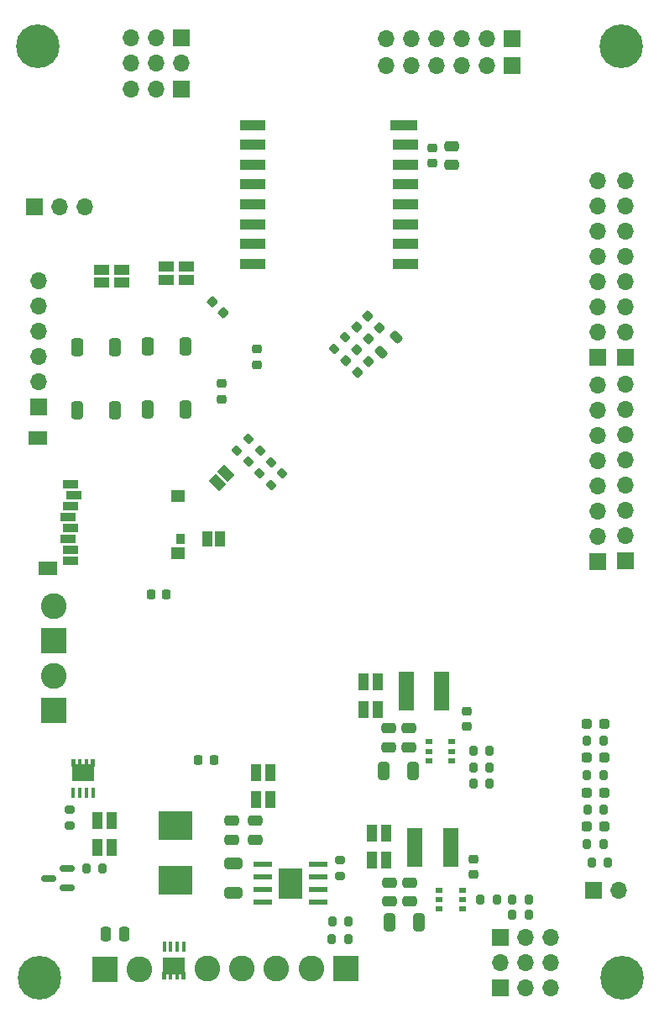
<source format=gbr>
%TF.GenerationSoftware,KiCad,Pcbnew,(6.0.9)*%
%TF.CreationDate,2022-10-31T13:49:51+01:00*%
%TF.ProjectId,marvin_fc_board,6d617276-696e-45f6-9663-5f626f617264,rev?*%
%TF.SameCoordinates,Original*%
%TF.FileFunction,Soldermask,Bot*%
%TF.FilePolarity,Negative*%
%FSLAX46Y46*%
G04 Gerber Fmt 4.6, Leading zero omitted, Abs format (unit mm)*
G04 Created by KiCad (PCBNEW (6.0.9)) date 2022-10-31 13:49:51*
%MOMM*%
%LPD*%
G01*
G04 APERTURE LIST*
G04 Aperture macros list*
%AMRoundRect*
0 Rectangle with rounded corners*
0 $1 Rounding radius*
0 $2 $3 $4 $5 $6 $7 $8 $9 X,Y pos of 4 corners*
0 Add a 4 corners polygon primitive as box body*
4,1,4,$2,$3,$4,$5,$6,$7,$8,$9,$2,$3,0*
0 Add four circle primitives for the rounded corners*
1,1,$1+$1,$2,$3*
1,1,$1+$1,$4,$5*
1,1,$1+$1,$6,$7*
1,1,$1+$1,$8,$9*
0 Add four rect primitives between the rounded corners*
20,1,$1+$1,$2,$3,$4,$5,0*
20,1,$1+$1,$4,$5,$6,$7,0*
20,1,$1+$1,$6,$7,$8,$9,0*
20,1,$1+$1,$8,$9,$2,$3,0*%
%AMRotRect*
0 Rectangle, with rotation*
0 The origin of the aperture is its center*
0 $1 length*
0 $2 width*
0 $3 Rotation angle, in degrees counterclockwise*
0 Add horizontal line*
21,1,$1,$2,0,0,$3*%
%AMFreePoly0*
4,1,21,1.372500,0.787500,0.862500,0.787500,0.862500,0.532500,1.372500,0.532500,1.372500,0.127500,0.862500,0.127500,0.862500,-0.127500,1.372500,-0.127500,1.372500,-0.532500,0.862500,-0.532500,0.862500,-0.787500,1.372500,-0.787500,1.372500,-1.195000,0.612500,-1.195000,0.612500,-1.117500,-0.862500,-1.117500,-0.862500,1.117500,0.612500,1.117500,0.612500,1.195000,1.372500,1.195000,
1.372500,0.787500,1.372500,0.787500,$1*%
G04 Aperture macros list end*
%ADD10C,0.700000*%
%ADD11C,4.400000*%
%ADD12R,1.700000X1.700000*%
%ADD13O,1.700000X1.700000*%
%ADD14R,2.600000X2.600000*%
%ADD15C,2.600000*%
%ADD16R,1.000000X1.500000*%
%ADD17RoundRect,0.200000X0.053033X-0.335876X0.335876X-0.053033X-0.053033X0.335876X-0.335876X0.053033X0*%
%ADD18RoundRect,0.300000X-0.300000X0.600000X-0.300000X-0.600000X0.300000X-0.600000X0.300000X0.600000X0*%
%ADD19RoundRect,0.300450X-0.300449X0.600149X-0.300449X-0.600149X0.300449X-0.600149X0.300449X0.600149X0*%
%ADD20R,3.500000X2.950000*%
%ADD21RoundRect,0.237500X-0.287500X-0.237500X0.287500X-0.237500X0.287500X0.237500X-0.287500X0.237500X0*%
%ADD22RoundRect,0.225000X-0.017678X0.335876X-0.335876X0.017678X0.017678X-0.335876X0.335876X-0.017678X0*%
%ADD23R,1.100000X1.750000*%
%ADD24RoundRect,0.200000X0.200000X0.275000X-0.200000X0.275000X-0.200000X-0.275000X0.200000X-0.275000X0*%
%ADD25RotRect,1.000000X1.500000X45.000000*%
%ADD26RoundRect,0.200000X-0.200000X-0.275000X0.200000X-0.275000X0.200000X0.275000X-0.200000X0.275000X0*%
%ADD27RoundRect,0.250000X-0.475000X0.250000X-0.475000X-0.250000X0.475000X-0.250000X0.475000X0.250000X0*%
%ADD28RoundRect,0.250000X0.250000X0.475000X-0.250000X0.475000X-0.250000X-0.475000X0.250000X-0.475000X0*%
%ADD29RoundRect,0.200000X-0.053033X0.335876X-0.335876X0.053033X0.053033X-0.335876X0.335876X-0.053033X0*%
%ADD30R,2.800000X1.100000*%
%ADD31R,2.600000X1.100000*%
%ADD32R,1.500000X1.000000*%
%ADD33RoundRect,0.225000X-0.250000X0.225000X-0.250000X-0.225000X0.250000X-0.225000X0.250000X0.225000X0*%
%ADD34R,1.500000X4.000000*%
%ADD35RoundRect,0.150000X0.587500X0.150000X-0.587500X0.150000X-0.587500X-0.150000X0.587500X-0.150000X0*%
%ADD36R,0.700000X0.510000*%
%ADD37RoundRect,0.250000X0.325000X0.650000X-0.325000X0.650000X-0.325000X-0.650000X0.325000X-0.650000X0*%
%ADD38RoundRect,0.225000X-0.225000X-0.250000X0.225000X-0.250000X0.225000X0.250000X-0.225000X0.250000X0*%
%ADD39RoundRect,0.225000X0.250000X-0.225000X0.250000X0.225000X-0.250000X0.225000X-0.250000X-0.225000X0*%
%ADD40RoundRect,0.225000X-0.335876X-0.017678X-0.017678X-0.335876X0.335876X0.017678X0.017678X0.335876X0*%
%ADD41RoundRect,0.218750X-0.114905X0.424264X-0.424264X0.114905X0.114905X-0.424264X0.424264X-0.114905X0*%
%ADD42R,1.910000X0.610000*%
%ADD43R,1.205000X1.550000*%
%ADD44RoundRect,0.200000X0.275000X-0.200000X0.275000X0.200000X-0.275000X0.200000X-0.275000X-0.200000X0*%
%ADD45R,0.405000X0.990000*%
%ADD46FreePoly0,90.000000*%
%ADD47RoundRect,0.250000X0.475000X-0.250000X0.475000X0.250000X-0.475000X0.250000X-0.475000X-0.250000X0*%
%ADD48R,1.498600X0.812800*%
%ADD49R,0.939800X0.990600*%
%ADD50R,1.397000X1.295400*%
%ADD51R,1.905000X1.397000*%
%ADD52FreePoly0,270.000000*%
%ADD53RoundRect,0.250000X0.650000X-0.325000X0.650000X0.325000X-0.650000X0.325000X-0.650000X-0.325000X0*%
G04 APERTURE END LIST*
D10*
%TO.C,REF\u002A\u002A*%
X157060000Y-150840000D03*
D11*
X155410000Y-150840000D03*
D10*
X155410000Y-149190000D03*
X155410000Y-152490000D03*
X153760000Y-150840000D03*
X154243274Y-152006726D03*
X156576726Y-152006726D03*
X156576726Y-149673274D03*
X154243274Y-149673274D03*
%TD*%
D12*
%TO.C,J3*%
X155780000Y-108910000D03*
D13*
X155780000Y-106370000D03*
X155780000Y-103830000D03*
X155780000Y-101290000D03*
X155780000Y-98750000D03*
X155780000Y-96210000D03*
X155780000Y-93670000D03*
X155780000Y-91130000D03*
%TD*%
D14*
%TO.C,J18*%
X98154444Y-123960136D03*
D15*
X98154444Y-120460136D03*
%TD*%
D10*
%TO.C,REF\u002A\u002A*%
X155340000Y-58700000D03*
D11*
X155340000Y-57050000D03*
D10*
X154173274Y-55883274D03*
X154173274Y-58216726D03*
X156990000Y-57050000D03*
X153690000Y-57050000D03*
X156506726Y-58216726D03*
X156506726Y-55883274D03*
X155340000Y-55400000D03*
%TD*%
D12*
%TO.C,J4*%
X143134994Y-151874998D03*
D13*
X143134994Y-149334998D03*
X145674994Y-151874998D03*
X145674994Y-149334998D03*
X148214994Y-151874998D03*
X148214994Y-149334998D03*
%TD*%
D12*
%TO.C,J1*%
X96560000Y-93400000D03*
D13*
X96560000Y-90860000D03*
X96560000Y-88320000D03*
X96560000Y-85780000D03*
X96560000Y-83240000D03*
X96560000Y-80700000D03*
%TD*%
D12*
%TO.C,J7*%
X155770000Y-88390000D03*
D13*
X155770000Y-85850000D03*
X155770000Y-83310000D03*
X155770000Y-80770000D03*
X155770000Y-78230000D03*
X155770000Y-75690000D03*
X155770000Y-73150000D03*
X155770000Y-70610000D03*
%TD*%
D12*
%TO.C,J2*%
X153030000Y-108930000D03*
D13*
X153030000Y-106390000D03*
X153030000Y-103850000D03*
X153030000Y-101310000D03*
X153030000Y-98770000D03*
X153030000Y-96230000D03*
X153030000Y-93690000D03*
X153030000Y-91150000D03*
%TD*%
D10*
%TO.C,REF\u002A\u002A*%
X97656726Y-58206726D03*
X96490000Y-58690000D03*
X95323274Y-58206726D03*
X95323274Y-55873274D03*
X94840000Y-57040000D03*
X97656726Y-55873274D03*
X98140000Y-57040000D03*
D11*
X96490000Y-57040000D03*
D10*
X96490000Y-55390000D03*
%TD*%
D14*
%TO.C,J17*%
X98129444Y-116950136D03*
D15*
X98129444Y-113450136D03*
%TD*%
D14*
%TO.C,J12*%
X103275000Y-150045000D03*
D15*
X106775000Y-150045000D03*
%TD*%
D12*
%TO.C,J5*%
X110990000Y-56260000D03*
D13*
X110990000Y-58800000D03*
X108450000Y-56260000D03*
X108450000Y-58800000D03*
X105910000Y-56260000D03*
X105910000Y-58800000D03*
%TD*%
D12*
%TO.C,J6*%
X153030000Y-88390000D03*
D13*
X153030000Y-85850000D03*
X153030000Y-83310000D03*
X153030000Y-80770000D03*
X153030000Y-78230000D03*
X153030000Y-75690000D03*
X153030000Y-73150000D03*
X153030000Y-70610000D03*
%TD*%
D12*
%TO.C,J8*%
X143135000Y-146790000D03*
D13*
X145675000Y-146790000D03*
X148215000Y-146790000D03*
%TD*%
D12*
%TO.C,J15*%
X96205000Y-73260000D03*
D13*
X98745000Y-73260000D03*
X101285000Y-73260000D03*
%TD*%
D12*
%TO.C,J9*%
X110990000Y-61345000D03*
D13*
X108450000Y-61345000D03*
X105910000Y-61345000D03*
%TD*%
D10*
%TO.C,REF\u002A\u002A*%
X97813726Y-152042726D03*
X97813726Y-149709274D03*
X98297000Y-150876000D03*
X95480274Y-149709274D03*
X95480274Y-152042726D03*
X94997000Y-150876000D03*
X96647000Y-149226000D03*
X96647000Y-152526000D03*
D11*
X96647000Y-150876000D03*
%TD*%
D12*
%TO.C,J13*%
X152575000Y-142080000D03*
D13*
X155115000Y-142080000D03*
%TD*%
D12*
%TO.C,J10*%
X144367000Y-56320000D03*
D13*
X141827000Y-56320000D03*
X139287000Y-56320000D03*
X136747000Y-56320000D03*
X134207000Y-56320000D03*
X131667000Y-56320000D03*
%TD*%
D14*
%TO.C,J14*%
X127590000Y-149980000D03*
D15*
X124090000Y-149980000D03*
X120590000Y-149980000D03*
X117090000Y-149980000D03*
X113590000Y-149980000D03*
%TD*%
D12*
%TO.C,J11*%
X144370000Y-58980000D03*
D13*
X141830000Y-58980000D03*
X139290000Y-58980000D03*
X136750000Y-58980000D03*
X134210000Y-58980000D03*
X131670000Y-58980000D03*
%TD*%
D16*
%TO.C,JP7*%
X113624600Y-106705400D03*
X114924600Y-106705400D03*
%TD*%
D17*
%TO.C,R34*%
X120015837Y-101243563D03*
X121182563Y-100076837D03*
%TD*%
D18*
%TO.C,SW3*%
X100520002Y-93740001D03*
X104320002Y-87340001D03*
D19*
X100520002Y-87340001D03*
D18*
X104320002Y-93740001D03*
%TD*%
D20*
%TO.C,L2*%
X110363000Y-141028000D03*
X110363000Y-135578000D03*
%TD*%
D21*
%TO.C,D5*%
X151895000Y-128709998D03*
X153645000Y-128709998D03*
%TD*%
D22*
%TO.C,C7*%
X129768008Y-84211992D03*
X128671992Y-85308008D03*
%TD*%
D23*
%TO.C,R16*%
X130798800Y-123853800D03*
X129398800Y-123853800D03*
X129398800Y-121103800D03*
X130798800Y-121103800D03*
%TD*%
D24*
%TO.C,R23*%
X154025000Y-139260000D03*
X152375000Y-139260000D03*
%TD*%
D17*
%TO.C,R35*%
X118898237Y-100100563D03*
X120064963Y-98933837D03*
%TD*%
D25*
%TO.C,JP1*%
X114602381Y-101018219D03*
X115521619Y-100098981D03*
%TD*%
D26*
%TO.C,R45*%
X140449800Y-127990600D03*
X142099800Y-127990600D03*
%TD*%
D27*
%TO.C,C41*%
X131927600Y-125770600D03*
X131927600Y-127670600D03*
%TD*%
D28*
%TO.C,C16*%
X105250000Y-146500000D03*
X103350000Y-146500000D03*
%TD*%
D23*
%TO.C,R19*%
X102551000Y-135023000D03*
X103951000Y-135023000D03*
X103951000Y-137773000D03*
X102551000Y-137773000D03*
%TD*%
D29*
%TO.C,R4*%
X127543363Y-86396637D03*
X126376637Y-87563363D03*
%TD*%
D30*
%TO.C,U12*%
X133459500Y-64990000D03*
D31*
X133559500Y-66990000D03*
X133559500Y-68990000D03*
X133559500Y-70990000D03*
X133559500Y-72990000D03*
X133559500Y-74990000D03*
X133559500Y-76990000D03*
X133559500Y-78990000D03*
X118159500Y-78990000D03*
X118159500Y-76990000D03*
X118159500Y-74990000D03*
X118159500Y-72990000D03*
X118159500Y-70990000D03*
X118159500Y-68990000D03*
X118159500Y-66990000D03*
X118159500Y-64990000D03*
%TD*%
D17*
%TO.C,R1*%
X116586837Y-97789163D03*
X117753563Y-96622437D03*
%TD*%
D32*
%TO.C,JP3*%
X102971600Y-79588600D03*
X102971600Y-80888600D03*
%TD*%
D33*
%TO.C,C15*%
X115036600Y-91046000D03*
X115036600Y-92596000D03*
%TD*%
D34*
%TO.C,L4*%
X138172600Y-137718800D03*
X134572600Y-137718800D03*
%TD*%
D26*
%TO.C,R29*%
X151914999Y-127020001D03*
X153564999Y-127020001D03*
%TD*%
%TO.C,R27*%
X151920002Y-137380000D03*
X153570002Y-137380000D03*
%TD*%
%TO.C,R13*%
X144385000Y-142970000D03*
X146035000Y-142970000D03*
%TD*%
%TO.C,R14*%
X126200400Y-145237200D03*
X127850400Y-145237200D03*
%TD*%
D35*
%TO.C,Q3*%
X99489500Y-139893000D03*
X99489500Y-141793000D03*
X97614500Y-140843000D03*
%TD*%
D27*
%TO.C,C20*%
X118414800Y-135067000D03*
X118414800Y-136967000D03*
%TD*%
D21*
%TO.C,D4*%
X151915000Y-125310000D03*
X153665000Y-125310000D03*
%TD*%
D18*
%TO.C,SW2*%
X107590000Y-93680000D03*
X111390000Y-87280000D03*
D19*
X107590000Y-87280000D03*
D18*
X111390000Y-93680000D03*
%TD*%
D21*
%TO.C,D6*%
X151905000Y-132210000D03*
X153655000Y-132210000D03*
%TD*%
D23*
%TO.C,R17*%
X131637000Y-139043000D03*
X130237000Y-139043000D03*
X130237000Y-136293000D03*
X131637000Y-136293000D03*
%TD*%
D36*
%TO.C,U14*%
X135949200Y-129016800D03*
X135949200Y-128066800D03*
X135949200Y-127116800D03*
X138269200Y-127116800D03*
X138269200Y-128066800D03*
X138269200Y-129016800D03*
%TD*%
D27*
%TO.C,C45*%
X134061200Y-141290000D03*
X134061200Y-143190000D03*
%TD*%
D24*
%TO.C,R10*%
X142099800Y-131343400D03*
X140449800Y-131343400D03*
%TD*%
D22*
%TO.C,C4*%
X128708008Y-87631992D03*
X127611992Y-88728008D03*
%TD*%
D26*
%TO.C,R30*%
X151915000Y-130500000D03*
X153565000Y-130500000D03*
%TD*%
D37*
%TO.C,C26*%
X134952000Y-145288000D03*
X132002000Y-145288000D03*
%TD*%
D38*
%TO.C,C25*%
X112712200Y-128905000D03*
X114262200Y-128905000D03*
%TD*%
D21*
%TO.C,D3*%
X151902500Y-135609999D03*
X153652500Y-135609999D03*
%TD*%
D39*
%TO.C,C43*%
X140475000Y-140450000D03*
X140475000Y-138900000D03*
%TD*%
D40*
%TO.C,C6*%
X114132992Y-82789392D03*
X115229008Y-83885408D03*
%TD*%
D27*
%TO.C,C42*%
X133908800Y-125770600D03*
X133908800Y-127670600D03*
%TD*%
D22*
%TO.C,C3*%
X130968008Y-85411992D03*
X129871992Y-86508008D03*
%TD*%
D41*
%TO.C,L1*%
X132681301Y-86378699D03*
X131178699Y-87881301D03*
%TD*%
D34*
%TO.C,L3*%
X137256448Y-122021600D03*
X133656448Y-122021600D03*
%TD*%
D32*
%TO.C,JP5*%
X109480000Y-79280000D03*
X109480000Y-80580000D03*
%TD*%
D26*
%TO.C,R11*%
X140449800Y-129667000D03*
X142099800Y-129667000D03*
%TD*%
D33*
%TO.C,C14*%
X118643400Y-87566200D03*
X118643400Y-89116200D03*
%TD*%
D42*
%TO.C,U7*%
X124776200Y-139471400D03*
X124776200Y-140741400D03*
X124776200Y-142011400D03*
X124776200Y-143281400D03*
X119216200Y-143281400D03*
X119216200Y-142011400D03*
X119216200Y-140741400D03*
X119216200Y-139471400D03*
D43*
X122598700Y-142151400D03*
X122598700Y-140601400D03*
X121393700Y-140601400D03*
X121393700Y-142151400D03*
%TD*%
D32*
%TO.C,JP4*%
X104981603Y-80888600D03*
X104981603Y-79588600D03*
%TD*%
D24*
%TO.C,R21*%
X103060000Y-139827000D03*
X101410000Y-139827000D03*
%TD*%
D44*
%TO.C,R20*%
X99695000Y-135572000D03*
X99695000Y-133922000D03*
%TD*%
D24*
%TO.C,R12*%
X146035000Y-144494000D03*
X144385000Y-144494000D03*
%TD*%
D32*
%TO.C,JP6*%
X111480000Y-79280000D03*
X111480000Y-80580000D03*
%TD*%
D39*
%TO.C,C37*%
X136310000Y-68835000D03*
X136310000Y-67285000D03*
%TD*%
D45*
%TO.C,Q2*%
X102082000Y-132245000D03*
X101422000Y-132245000D03*
X100762000Y-132245000D03*
X100102000Y-132245000D03*
D46*
X101092000Y-130252500D03*
%TD*%
D24*
%TO.C,R15*%
X127825000Y-146939000D03*
X126175000Y-146939000D03*
%TD*%
D22*
%TO.C,C8*%
X129878008Y-88831992D03*
X128781992Y-89928008D03*
%TD*%
D47*
%TO.C,C36*%
X138280000Y-69040000D03*
X138280000Y-67140000D03*
%TD*%
D27*
%TO.C,C23*%
X116078000Y-135067000D03*
X116078000Y-136967000D03*
%TD*%
D48*
%TO.C,J16*%
X99792001Y-101194999D03*
X100192000Y-102294999D03*
X99792001Y-103394999D03*
X99592001Y-104495000D03*
X99792001Y-105595000D03*
X99592001Y-106695000D03*
X99792001Y-107794884D03*
X99792001Y-108894884D03*
D49*
X110877000Y-106695064D03*
D50*
X110652001Y-108085000D03*
X110652001Y-102385000D03*
D51*
X97502000Y-109684999D03*
X96501999Y-96535001D03*
%TD*%
D45*
%TO.C,Q1*%
X109260000Y-147715000D03*
X109920000Y-147715000D03*
X110580000Y-147715000D03*
X111240000Y-147715000D03*
D52*
X110250000Y-149707500D03*
%TD*%
D39*
%TO.C,C40*%
X139750800Y-125590600D03*
X139750800Y-124040600D03*
%TD*%
D26*
%TO.C,R46*%
X141161000Y-143002000D03*
X142811000Y-143002000D03*
%TD*%
%TO.C,R31*%
X151934999Y-133929999D03*
X153584999Y-133929999D03*
%TD*%
D37*
%TO.C,C24*%
X134375000Y-130050000D03*
X131425000Y-130050000D03*
%TD*%
D29*
%TO.C,R3*%
X118921963Y-97765437D03*
X117755237Y-98932163D03*
%TD*%
D27*
%TO.C,C44*%
X132003800Y-141290000D03*
X132003800Y-143190000D03*
%TD*%
D53*
%TO.C,C21*%
X116205000Y-142318000D03*
X116205000Y-139368000D03*
%TD*%
D36*
%TO.C,U15*%
X137012952Y-143957000D03*
X137012952Y-143007000D03*
X137012952Y-142057000D03*
X139332952Y-142057000D03*
X139332952Y-143007000D03*
X139332952Y-143957000D03*
%TD*%
D38*
%TO.C,C34*%
X107962400Y-112242600D03*
X109512400Y-112242600D03*
%TD*%
D44*
%TO.C,R9*%
X127000000Y-140652000D03*
X127000000Y-139002000D03*
%TD*%
D23*
%TO.C,R18*%
X118527600Y-130197000D03*
X119927600Y-130197000D03*
X119927600Y-132947000D03*
X118527600Y-132947000D03*
%TD*%
M02*

</source>
